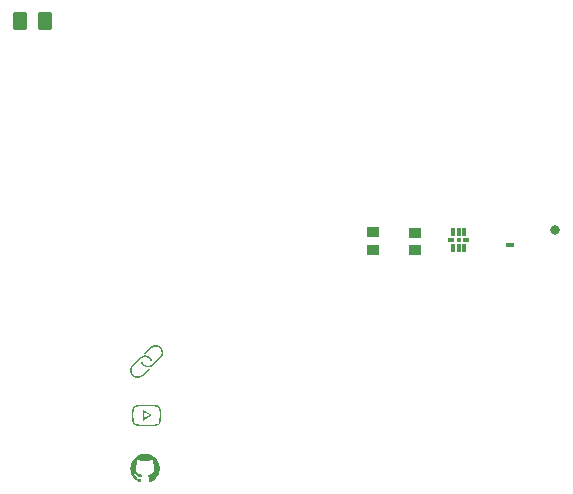
<source format=gts>
G04 Layer: TopSolderMaskLayer*
G04 EasyEDA v6.5.34, 2023-09-01 08:25:12*
G04 cc2bbb75409f4265bb42bba671d4d825,5105ad0bdac541d6bd466d525955c20a,10*
G04 Gerber Generator version 0.2*
G04 Scale: 100 percent, Rotated: No, Reflected: No *
G04 Dimensions in millimeters *
G04 leading zeros omitted , absolute positions ,4 integer and 5 decimal *
%FSLAX45Y45*%
%MOMM*%

%AMMACRO1*1,1,$1,$2,$3*1,1,$1,$4,$5*1,1,$1,0-$2,0-$3*1,1,$1,0-$4,0-$5*20,1,$1,$2,$3,$4,$5,0*20,1,$1,$4,$5,0-$2,0-$3,0*20,1,$1,0-$2,0-$3,0-$4,0-$5,0*20,1,$1,0-$4,0-$5,$2,$3,0*4,1,4,$2,$3,$4,$5,0-$2,0-$3,0-$4,0-$5,$2,$3,0*%
%ADD10R,0.7500X0.3000*%
%ADD11C,0.8132*%
%ADD12MACRO1,0.1016X0.45X0.4X0.45X-0.4*%
%ADD13MACRO1,0.1016X0.5X0.6998X-0.5X0.6998*%
%ADD14MACRO1,0.1016X-0.5X0.6998X0.5X0.6998*%
%ADD15MACRO1,0.1016X-0.432X0.4032X0.432X0.4032*%
%ADD16MACRO1,0.1016X-0.432X-0.4032X0.432X-0.4032*%
%ADD17MACRO1,0.1016X0.14X0.25X0.14X-0.25*%
%ADD18MACRO1,0.1016X-0.225X0.15X0.225X0.15*%
%ADD19MACRO1,0.1016X-0.15X0.15X0.15X0.15*%
%ADD20C,0.0171*%

%LPD*%
G36*
X3060801Y-4361180D02*
G01*
X3049473Y-4361688D01*
X3043936Y-4362297D01*
X3033064Y-4364278D01*
X3022549Y-4367225D01*
X3012440Y-4370984D01*
X3002788Y-4375607D01*
X2993593Y-4381042D01*
X2984957Y-4387189D01*
X2980791Y-4390542D01*
X2973019Y-4397756D01*
X2965856Y-4405630D01*
X2959404Y-4414062D01*
X2953613Y-4423054D01*
X2948635Y-4432554D01*
X2944469Y-4442510D01*
X2941116Y-4452924D01*
X2939796Y-4458258D01*
X2937865Y-4469231D01*
X2937205Y-4474819D01*
X2936697Y-4486198D01*
X2936849Y-4492091D01*
X2937256Y-4497882D01*
X2937916Y-4503623D01*
X2938830Y-4509312D01*
X2941370Y-4520336D01*
X2944926Y-4530953D01*
X2949295Y-4541164D01*
X2954578Y-4550867D01*
X2960624Y-4560011D01*
X2967482Y-4568545D01*
X2971139Y-4572609D01*
X2979013Y-4580178D01*
X2987497Y-4587036D01*
X2996590Y-4593132D01*
X3001314Y-4595926D01*
X3011220Y-4600803D01*
X3021533Y-4604766D01*
X3025495Y-4604816D01*
X3028086Y-4603496D01*
X3029508Y-4601311D01*
X3029966Y-4598771D01*
X3029762Y-4575606D01*
X3018078Y-4577080D01*
X3008680Y-4576419D01*
X3001416Y-4574184D01*
X2995980Y-4570933D01*
X2992170Y-4567377D01*
X2989732Y-4564075D01*
X2983585Y-4551730D01*
X2979115Y-4546142D01*
X2975660Y-4543298D01*
X2974289Y-4542485D01*
X2969666Y-4538065D01*
X2970479Y-4535779D01*
X2973425Y-4534966D01*
X2975152Y-4534814D01*
X2983382Y-4537202D01*
X2989376Y-4541570D01*
X2993034Y-4545787D01*
X2998673Y-4553712D01*
X3003550Y-4557776D01*
X3008630Y-4560163D01*
X3013760Y-4561230D01*
X3018739Y-4561230D01*
X3023260Y-4560468D01*
X3027222Y-4559300D01*
X3030372Y-4558030D01*
X3031540Y-4552442D01*
X3033369Y-4547768D01*
X3035655Y-4544060D01*
X3038195Y-4541266D01*
X3027883Y-4539742D01*
X3022752Y-4538573D01*
X3017774Y-4537151D01*
X3012897Y-4535322D01*
X3008223Y-4533138D01*
X3003804Y-4530445D01*
X2999638Y-4527346D01*
X2995777Y-4523638D01*
X2992323Y-4519422D01*
X2989275Y-4514545D01*
X2986684Y-4509058D01*
X2984550Y-4502861D01*
X2983026Y-4495901D01*
X2982010Y-4488129D01*
X2981706Y-4479544D01*
X2982620Y-4469790D01*
X2985160Y-4460951D01*
X2989173Y-4453026D01*
X2994456Y-4446016D01*
X2993136Y-4441952D01*
X2992069Y-4434738D01*
X2992424Y-4424883D01*
X2995676Y-4412945D01*
X2997657Y-4412640D01*
X3000248Y-4412742D01*
X3003854Y-4413300D01*
X3008579Y-4414621D01*
X3014472Y-4416958D01*
X3021533Y-4420565D01*
X3029762Y-4425746D01*
X3034842Y-4424476D01*
X3045155Y-4422648D01*
X3055569Y-4421733D01*
X3060801Y-4421632D01*
X3068675Y-4421886D01*
X3076549Y-4422698D01*
X3084271Y-4423968D01*
X3091840Y-4425746D01*
X3100070Y-4420565D01*
X3107131Y-4416958D01*
X3112973Y-4414621D01*
X3117748Y-4413300D01*
X3121355Y-4412742D01*
X3123895Y-4412640D01*
X3125927Y-4412945D01*
X3129127Y-4424883D01*
X3129534Y-4434738D01*
X3128416Y-4441952D01*
X3127146Y-4446016D01*
X3132531Y-4453026D01*
X3136544Y-4460951D01*
X3139033Y-4469790D01*
X3139897Y-4479544D01*
X3139541Y-4488129D01*
X3138576Y-4495901D01*
X3137052Y-4502810D01*
X3134918Y-4509008D01*
X3132328Y-4514545D01*
X3129280Y-4519371D01*
X3125774Y-4523587D01*
X3121964Y-4527245D01*
X3117748Y-4530394D01*
X3113328Y-4533036D01*
X3108655Y-4535220D01*
X3103727Y-4537049D01*
X3098749Y-4538522D01*
X3093567Y-4539691D01*
X3083204Y-4541266D01*
X3086404Y-4544872D01*
X3089097Y-4549902D01*
X3090926Y-4556404D01*
X3091637Y-4564430D01*
X3091434Y-4598771D01*
X3091840Y-4601311D01*
X3093313Y-4603496D01*
X3095904Y-4604816D01*
X3099816Y-4604766D01*
X3110179Y-4600803D01*
X3120034Y-4595926D01*
X3129432Y-4590186D01*
X3138220Y-4583684D01*
X3146399Y-4576470D01*
X3150260Y-4572609D01*
X3157423Y-4564380D01*
X3163874Y-4555490D01*
X3169564Y-4546092D01*
X3174390Y-4536135D01*
X3178352Y-4525721D01*
X3181400Y-4514850D01*
X3182569Y-4509312D01*
X3183483Y-4503623D01*
X3184144Y-4497882D01*
X3184550Y-4492091D01*
X3184702Y-4486198D01*
X3184194Y-4474819D01*
X3183585Y-4469231D01*
X3181654Y-4458258D01*
X3180334Y-4452924D01*
X3177032Y-4442510D01*
X3172866Y-4432554D01*
X3167837Y-4423054D01*
X3165094Y-4418482D01*
X3158947Y-4409744D01*
X3152140Y-4401616D01*
X3144672Y-4394098D01*
X3136544Y-4387189D01*
X3127908Y-4381042D01*
X3118713Y-4375607D01*
X3109061Y-4370984D01*
X3098952Y-4367225D01*
X3088436Y-4364278D01*
X3077616Y-4362297D01*
X3072079Y-4361688D01*
G37*
G36*
X3072536Y-3947210D02*
G01*
X3044952Y-3947718D01*
X3019501Y-3949141D01*
X2997606Y-3951325D01*
X2988411Y-3952646D01*
X2980588Y-3954068D01*
X2976016Y-3955389D01*
X2971596Y-3957269D01*
X2967532Y-3959656D01*
X2963926Y-3962501D01*
X2960725Y-3965854D01*
X2958134Y-3969664D01*
X2956153Y-3973931D01*
X2954934Y-3978656D01*
X2953258Y-3990187D01*
X2951784Y-4004106D01*
X2950718Y-4020312D01*
X2950311Y-4038600D01*
X2961741Y-4038600D01*
X2962148Y-4020210D01*
X2963214Y-4004411D01*
X2964637Y-3991305D01*
X2966313Y-3980942D01*
X2969260Y-3974084D01*
X2974187Y-3969562D01*
X2979318Y-3966870D01*
X2982874Y-3965498D01*
X2990646Y-3964076D01*
X2999790Y-3962755D01*
X3021279Y-3960571D01*
X3046018Y-3959148D01*
X3072536Y-3958640D01*
X3087573Y-3958793D01*
X3101746Y-3959199D01*
X3114954Y-3959860D01*
X3138068Y-3961688D01*
X3156000Y-3963822D01*
X3162757Y-3964940D01*
X3168802Y-3967276D01*
X3173831Y-3970731D01*
X3177489Y-3975150D01*
X3179318Y-3980332D01*
X3181654Y-3994251D01*
X3183483Y-4008577D01*
X3184652Y-4023156D01*
X3185058Y-4038041D01*
X3184245Y-4055567D01*
X3182823Y-4071315D01*
X3181096Y-4085082D01*
X3179318Y-4096867D01*
X3176524Y-4103674D01*
X3171698Y-4108196D01*
X3166567Y-4110888D01*
X3162757Y-4112260D01*
X3154426Y-4113733D01*
X3144977Y-4115054D01*
X3134563Y-4116222D01*
X3111500Y-4118000D01*
X3099155Y-4118610D01*
X3073654Y-4119118D01*
X3054451Y-4118864D01*
X3041853Y-4118457D01*
X3018078Y-4116933D01*
X3007207Y-4115866D01*
X2997301Y-4114596D01*
X2988513Y-4113123D01*
X2984601Y-4112260D01*
X2978556Y-4109923D01*
X2973527Y-4106468D01*
X2969920Y-4102049D01*
X2968040Y-4096867D01*
X2966466Y-4090619D01*
X2965145Y-4083964D01*
X2964027Y-4076954D01*
X2963164Y-4069638D01*
X2962097Y-4054348D01*
X2961741Y-4038600D01*
X2950311Y-4038600D01*
X2950718Y-4056786D01*
X2951835Y-4072890D01*
X2953461Y-4086809D01*
X2955442Y-4098544D01*
X2956712Y-4103115D01*
X2958693Y-4107281D01*
X2961284Y-4111091D01*
X2964484Y-4114495D01*
X2968142Y-4117390D01*
X2972155Y-4119829D01*
X2976524Y-4121759D01*
X2981147Y-4123131D01*
X2989326Y-4124553D01*
X2998673Y-4125874D01*
X3020517Y-4128058D01*
X3045663Y-4129481D01*
X3073095Y-4129989D01*
X3100578Y-4129481D01*
X3125724Y-4128058D01*
X3147568Y-4125874D01*
X3156915Y-4124553D01*
X3165043Y-4123131D01*
X3169666Y-4121810D01*
X3174034Y-4119930D01*
X3178098Y-4117543D01*
X3181756Y-4114698D01*
X3184956Y-4111345D01*
X3187547Y-4107535D01*
X3189528Y-4103268D01*
X3190748Y-4098544D01*
X3192526Y-4086707D01*
X3194253Y-4072585D01*
X3195675Y-4056329D01*
X3196488Y-4038041D01*
X3195980Y-4019753D01*
X3194659Y-4003497D01*
X3192830Y-3989374D01*
X3190748Y-3977487D01*
X3189528Y-3972966D01*
X3187547Y-3968750D01*
X3184956Y-3964940D01*
X3181756Y-3961587D01*
X3178098Y-3958640D01*
X3174034Y-3956202D01*
X3169666Y-3954272D01*
X3165043Y-3952951D01*
X3147466Y-3950817D01*
X3125419Y-3948988D01*
X3100120Y-3947718D01*
G37*
G36*
X3041700Y-3992930D02*
G01*
X3041700Y-4012336D01*
X3053130Y-4012336D01*
X3098800Y-4038600D01*
X3053130Y-4064863D01*
X3053130Y-4012336D01*
X3041700Y-4012336D01*
X3041700Y-4084269D01*
X3121660Y-4038600D01*
G37*
G36*
X3149600Y-3441700D02*
G01*
X3143504Y-3442004D01*
X3137458Y-3442868D01*
X3131515Y-3444290D01*
X3125724Y-3446322D01*
X3120085Y-3448964D01*
X3114649Y-3452164D01*
X3109518Y-3455924D01*
X3104692Y-3460292D01*
X3045561Y-3519424D01*
X3053029Y-3518306D01*
X3060649Y-3517950D01*
X3064916Y-3518052D01*
X3113684Y-3469284D01*
X3118866Y-3464712D01*
X3124504Y-3461004D01*
X3130499Y-3458108D01*
X3136696Y-3456025D01*
X3143097Y-3454806D01*
X3149600Y-3454400D01*
X3156102Y-3454806D01*
X3162503Y-3456025D01*
X3168700Y-3458108D01*
X3174695Y-3461004D01*
X3180334Y-3464712D01*
X3185515Y-3469284D01*
X3190087Y-3474465D01*
X3193796Y-3480104D01*
X3196691Y-3486099D01*
X3198774Y-3492296D01*
X3199993Y-3498697D01*
X3200400Y-3505200D01*
X3199993Y-3511702D01*
X3198774Y-3518103D01*
X3196691Y-3524300D01*
X3193796Y-3530295D01*
X3190087Y-3535934D01*
X3185515Y-3541115D01*
X3122015Y-3604564D01*
X3116834Y-3609136D01*
X3111195Y-3612845D01*
X3105251Y-3615740D01*
X3099003Y-3617823D01*
X3092602Y-3619042D01*
X3086150Y-3619449D01*
X3079648Y-3619042D01*
X3073247Y-3617823D01*
X3066999Y-3615740D01*
X3061055Y-3612845D01*
X3055416Y-3609136D01*
X3050235Y-3604564D01*
X3045764Y-3599535D01*
X3042158Y-3594100D01*
X3039262Y-3588308D01*
X3037179Y-3582263D01*
X3027172Y-3592271D01*
X3029813Y-3597960D01*
X3033014Y-3603447D01*
X3036824Y-3608679D01*
X3041243Y-3613556D01*
X3046069Y-3617925D01*
X3051200Y-3621684D01*
X3056585Y-3624884D01*
X3062224Y-3627526D01*
X3068066Y-3629558D01*
X3074009Y-3630980D01*
X3080054Y-3631844D01*
X3086150Y-3632149D01*
X3092196Y-3631844D01*
X3098241Y-3630980D01*
X3104184Y-3629558D01*
X3110026Y-3627526D01*
X3115665Y-3624884D01*
X3121050Y-3621684D01*
X3126181Y-3617925D01*
X3131007Y-3613556D01*
X3194507Y-3550107D01*
X3198876Y-3545281D01*
X3202635Y-3540150D01*
X3205835Y-3534714D01*
X3208426Y-3529076D01*
X3210458Y-3523284D01*
X3211931Y-3517341D01*
X3212795Y-3511296D01*
X3213100Y-3505200D01*
X3212795Y-3499104D01*
X3211931Y-3493058D01*
X3210458Y-3487115D01*
X3208426Y-3481273D01*
X3205835Y-3475634D01*
X3202635Y-3470249D01*
X3198876Y-3465118D01*
X3194507Y-3460292D01*
X3189681Y-3455924D01*
X3184550Y-3452164D01*
X3179165Y-3448964D01*
X3173526Y-3446322D01*
X3167684Y-3444290D01*
X3161741Y-3442868D01*
X3155696Y-3442004D01*
G37*
G36*
X3060649Y-3530650D02*
G01*
X3054604Y-3530904D01*
X3048558Y-3531819D01*
X3042564Y-3533241D01*
X3036773Y-3535273D01*
X3031134Y-3537915D01*
X3025698Y-3541115D01*
X3020568Y-3544874D01*
X3015742Y-3549243D01*
X2952292Y-3612692D01*
X2947924Y-3617518D01*
X2944164Y-3622649D01*
X2940964Y-3628085D01*
X2938373Y-3633724D01*
X2936290Y-3639515D01*
X2934868Y-3645458D01*
X2934004Y-3651504D01*
X2933700Y-3657600D01*
X2934004Y-3663696D01*
X2934868Y-3669741D01*
X2936290Y-3675684D01*
X2938373Y-3681526D01*
X2940964Y-3687114D01*
X2944164Y-3692550D01*
X2947924Y-3697681D01*
X2952292Y-3702507D01*
X2957118Y-3706876D01*
X2962249Y-3710635D01*
X2967634Y-3713835D01*
X2973273Y-3716426D01*
X2979115Y-3718458D01*
X2985058Y-3719931D01*
X2991104Y-3720795D01*
X2997200Y-3721100D01*
X3003296Y-3720795D01*
X3009341Y-3719931D01*
X3015284Y-3718458D01*
X3021076Y-3716426D01*
X3026714Y-3713835D01*
X3032150Y-3710635D01*
X3037281Y-3706876D01*
X3042056Y-3702507D01*
X3101238Y-3643376D01*
X3093770Y-3644493D01*
X3086150Y-3644849D01*
X3081883Y-3644747D01*
X3033115Y-3693515D01*
X3027883Y-3698087D01*
X3022295Y-3701796D01*
X3016300Y-3704691D01*
X3010103Y-3706723D01*
X3003702Y-3707993D01*
X2997200Y-3708400D01*
X2990697Y-3707993D01*
X2984296Y-3706774D01*
X2978099Y-3704691D01*
X2972104Y-3701796D01*
X2966466Y-3698087D01*
X2961284Y-3693515D01*
X2956712Y-3688334D01*
X2953004Y-3682695D01*
X2950108Y-3676700D01*
X2948025Y-3670503D01*
X2946806Y-3664102D01*
X2946400Y-3657600D01*
X2946806Y-3651097D01*
X2948025Y-3644696D01*
X2950108Y-3638499D01*
X2953004Y-3632504D01*
X2956712Y-3626865D01*
X2961284Y-3621684D01*
X3024733Y-3558184D01*
X3029966Y-3553663D01*
X3035554Y-3549954D01*
X3041548Y-3547059D01*
X3047796Y-3544976D01*
X3054197Y-3543757D01*
X3060649Y-3543300D01*
X3067151Y-3543757D01*
X3073552Y-3544976D01*
X3079800Y-3547059D01*
X3085744Y-3549954D01*
X3091383Y-3553663D01*
X3096564Y-3558184D01*
X3100984Y-3563213D01*
X3104642Y-3568649D01*
X3107537Y-3574389D01*
X3109620Y-3580434D01*
X3119628Y-3570478D01*
X3116986Y-3564737D01*
X3113786Y-3559301D01*
X3109976Y-3554120D01*
X3105556Y-3549243D01*
X3100730Y-3544874D01*
X3095599Y-3541115D01*
X3090214Y-3537915D01*
X3084576Y-3535273D01*
X3078734Y-3533241D01*
X3072790Y-3531819D01*
X3066745Y-3530904D01*
G37*
D10*
G01*
X6151397Y-2592400D03*
D11*
G01*
X6532397Y-2465400D03*
D12*
G01*
X5346700Y-2635399D03*
G01*
X5346700Y-2495400D03*
D13*
G01*
X2213229Y-698500D03*
D14*
G01*
X2003170Y-698500D03*
D15*
G01*
X4991100Y-2640724D03*
D16*
G01*
X4991100Y-2490075D03*
D17*
G01*
X5764984Y-2487695D03*
G01*
X5714997Y-2487695D03*
G01*
X5665010Y-2487695D03*
D18*
G01*
X5655002Y-2552693D03*
D17*
G01*
X5664984Y-2617692D03*
G01*
X5714997Y-2617692D03*
G01*
X5764984Y-2617692D03*
D18*
G01*
X5774992Y-2552693D03*
D19*
G01*
X5715010Y-2552698D03*
M02*

</source>
